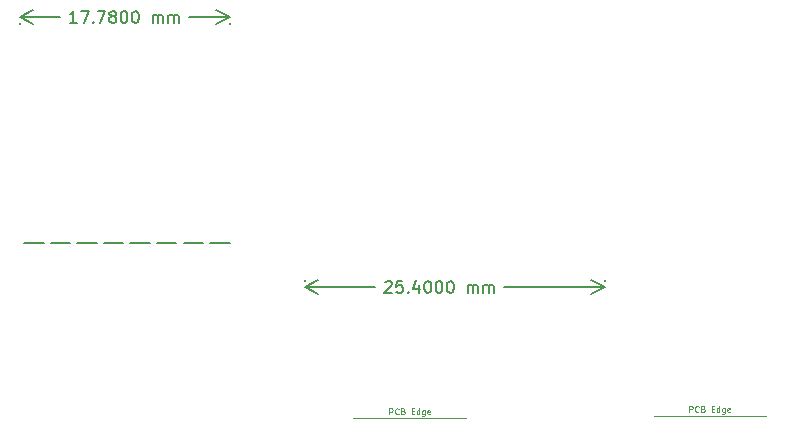
<source format=gbr>
%TF.GenerationSoftware,KiCad,Pcbnew,8.0.3*%
%TF.CreationDate,2024-07-03T13:18:24-05:00*%
%TF.ProjectId,lucidGloves,6c756369-6447-46c6-9f76-65732e6b6963,rev?*%
%TF.SameCoordinates,Original*%
%TF.FileFunction,OtherDrawing,Comment*%
%FSLAX46Y46*%
G04 Gerber Fmt 4.6, Leading zero omitted, Abs format (unit mm)*
G04 Created by KiCad (PCBNEW 8.0.3) date 2024-07-03 13:18:24*
%MOMM*%
%LPD*%
G01*
G04 APERTURE LIST*
%ADD10C,0.150000*%
%ADD11C,0.100000*%
G04 APERTURE END LIST*
D10*
X170180000Y-85150000D02*
X168530000Y-85150000D01*
X167930000Y-85150000D02*
X166280000Y-85150000D01*
X165680000Y-85150000D02*
X164030000Y-85150000D01*
X163430000Y-85150000D02*
X161780000Y-85150000D01*
X161180000Y-85150000D02*
X159530000Y-85150000D01*
X158930000Y-85150000D02*
X157280000Y-85150000D01*
X156680000Y-85150000D02*
X155030000Y-85150000D01*
X154430000Y-85150000D02*
X152780000Y-85150000D01*
X183340953Y-88450057D02*
X183388572Y-88402438D01*
X183388572Y-88402438D02*
X183483810Y-88354819D01*
X183483810Y-88354819D02*
X183721905Y-88354819D01*
X183721905Y-88354819D02*
X183817143Y-88402438D01*
X183817143Y-88402438D02*
X183864762Y-88450057D01*
X183864762Y-88450057D02*
X183912381Y-88545295D01*
X183912381Y-88545295D02*
X183912381Y-88640533D01*
X183912381Y-88640533D02*
X183864762Y-88783390D01*
X183864762Y-88783390D02*
X183293334Y-89354819D01*
X183293334Y-89354819D02*
X183912381Y-89354819D01*
X184817143Y-88354819D02*
X184340953Y-88354819D01*
X184340953Y-88354819D02*
X184293334Y-88831009D01*
X184293334Y-88831009D02*
X184340953Y-88783390D01*
X184340953Y-88783390D02*
X184436191Y-88735771D01*
X184436191Y-88735771D02*
X184674286Y-88735771D01*
X184674286Y-88735771D02*
X184769524Y-88783390D01*
X184769524Y-88783390D02*
X184817143Y-88831009D01*
X184817143Y-88831009D02*
X184864762Y-88926247D01*
X184864762Y-88926247D02*
X184864762Y-89164342D01*
X184864762Y-89164342D02*
X184817143Y-89259580D01*
X184817143Y-89259580D02*
X184769524Y-89307200D01*
X184769524Y-89307200D02*
X184674286Y-89354819D01*
X184674286Y-89354819D02*
X184436191Y-89354819D01*
X184436191Y-89354819D02*
X184340953Y-89307200D01*
X184340953Y-89307200D02*
X184293334Y-89259580D01*
X185293334Y-89259580D02*
X185340953Y-89307200D01*
X185340953Y-89307200D02*
X185293334Y-89354819D01*
X185293334Y-89354819D02*
X185245715Y-89307200D01*
X185245715Y-89307200D02*
X185293334Y-89259580D01*
X185293334Y-89259580D02*
X185293334Y-89354819D01*
X186198095Y-88688152D02*
X186198095Y-89354819D01*
X185960000Y-88307200D02*
X185721905Y-89021485D01*
X185721905Y-89021485D02*
X186340952Y-89021485D01*
X186912381Y-88354819D02*
X187007619Y-88354819D01*
X187007619Y-88354819D02*
X187102857Y-88402438D01*
X187102857Y-88402438D02*
X187150476Y-88450057D01*
X187150476Y-88450057D02*
X187198095Y-88545295D01*
X187198095Y-88545295D02*
X187245714Y-88735771D01*
X187245714Y-88735771D02*
X187245714Y-88973866D01*
X187245714Y-88973866D02*
X187198095Y-89164342D01*
X187198095Y-89164342D02*
X187150476Y-89259580D01*
X187150476Y-89259580D02*
X187102857Y-89307200D01*
X187102857Y-89307200D02*
X187007619Y-89354819D01*
X187007619Y-89354819D02*
X186912381Y-89354819D01*
X186912381Y-89354819D02*
X186817143Y-89307200D01*
X186817143Y-89307200D02*
X186769524Y-89259580D01*
X186769524Y-89259580D02*
X186721905Y-89164342D01*
X186721905Y-89164342D02*
X186674286Y-88973866D01*
X186674286Y-88973866D02*
X186674286Y-88735771D01*
X186674286Y-88735771D02*
X186721905Y-88545295D01*
X186721905Y-88545295D02*
X186769524Y-88450057D01*
X186769524Y-88450057D02*
X186817143Y-88402438D01*
X186817143Y-88402438D02*
X186912381Y-88354819D01*
X187864762Y-88354819D02*
X187960000Y-88354819D01*
X187960000Y-88354819D02*
X188055238Y-88402438D01*
X188055238Y-88402438D02*
X188102857Y-88450057D01*
X188102857Y-88450057D02*
X188150476Y-88545295D01*
X188150476Y-88545295D02*
X188198095Y-88735771D01*
X188198095Y-88735771D02*
X188198095Y-88973866D01*
X188198095Y-88973866D02*
X188150476Y-89164342D01*
X188150476Y-89164342D02*
X188102857Y-89259580D01*
X188102857Y-89259580D02*
X188055238Y-89307200D01*
X188055238Y-89307200D02*
X187960000Y-89354819D01*
X187960000Y-89354819D02*
X187864762Y-89354819D01*
X187864762Y-89354819D02*
X187769524Y-89307200D01*
X187769524Y-89307200D02*
X187721905Y-89259580D01*
X187721905Y-89259580D02*
X187674286Y-89164342D01*
X187674286Y-89164342D02*
X187626667Y-88973866D01*
X187626667Y-88973866D02*
X187626667Y-88735771D01*
X187626667Y-88735771D02*
X187674286Y-88545295D01*
X187674286Y-88545295D02*
X187721905Y-88450057D01*
X187721905Y-88450057D02*
X187769524Y-88402438D01*
X187769524Y-88402438D02*
X187864762Y-88354819D01*
X188817143Y-88354819D02*
X188912381Y-88354819D01*
X188912381Y-88354819D02*
X189007619Y-88402438D01*
X189007619Y-88402438D02*
X189055238Y-88450057D01*
X189055238Y-88450057D02*
X189102857Y-88545295D01*
X189102857Y-88545295D02*
X189150476Y-88735771D01*
X189150476Y-88735771D02*
X189150476Y-88973866D01*
X189150476Y-88973866D02*
X189102857Y-89164342D01*
X189102857Y-89164342D02*
X189055238Y-89259580D01*
X189055238Y-89259580D02*
X189007619Y-89307200D01*
X189007619Y-89307200D02*
X188912381Y-89354819D01*
X188912381Y-89354819D02*
X188817143Y-89354819D01*
X188817143Y-89354819D02*
X188721905Y-89307200D01*
X188721905Y-89307200D02*
X188674286Y-89259580D01*
X188674286Y-89259580D02*
X188626667Y-89164342D01*
X188626667Y-89164342D02*
X188579048Y-88973866D01*
X188579048Y-88973866D02*
X188579048Y-88735771D01*
X188579048Y-88735771D02*
X188626667Y-88545295D01*
X188626667Y-88545295D02*
X188674286Y-88450057D01*
X188674286Y-88450057D02*
X188721905Y-88402438D01*
X188721905Y-88402438D02*
X188817143Y-88354819D01*
X190340953Y-89354819D02*
X190340953Y-88688152D01*
X190340953Y-88783390D02*
X190388572Y-88735771D01*
X190388572Y-88735771D02*
X190483810Y-88688152D01*
X190483810Y-88688152D02*
X190626667Y-88688152D01*
X190626667Y-88688152D02*
X190721905Y-88735771D01*
X190721905Y-88735771D02*
X190769524Y-88831009D01*
X190769524Y-88831009D02*
X190769524Y-89354819D01*
X190769524Y-88831009D02*
X190817143Y-88735771D01*
X190817143Y-88735771D02*
X190912381Y-88688152D01*
X190912381Y-88688152D02*
X191055238Y-88688152D01*
X191055238Y-88688152D02*
X191150477Y-88735771D01*
X191150477Y-88735771D02*
X191198096Y-88831009D01*
X191198096Y-88831009D02*
X191198096Y-89354819D01*
X191674286Y-89354819D02*
X191674286Y-88688152D01*
X191674286Y-88783390D02*
X191721905Y-88735771D01*
X191721905Y-88735771D02*
X191817143Y-88688152D01*
X191817143Y-88688152D02*
X191960000Y-88688152D01*
X191960000Y-88688152D02*
X192055238Y-88735771D01*
X192055238Y-88735771D02*
X192102857Y-88831009D01*
X192102857Y-88831009D02*
X192102857Y-89354819D01*
X192102857Y-88831009D02*
X192150476Y-88735771D01*
X192150476Y-88735771D02*
X192245714Y-88688152D01*
X192245714Y-88688152D02*
X192388571Y-88688152D01*
X192388571Y-88688152D02*
X192483810Y-88735771D01*
X192483810Y-88735771D02*
X192531429Y-88831009D01*
X192531429Y-88831009D02*
X192531429Y-89354819D01*
X176530000Y-88400000D02*
X176530000Y-88313580D01*
X201930000Y-88400000D02*
X201930000Y-88313580D01*
X176530000Y-88900000D02*
X182525477Y-88900000D01*
X193394524Y-88900000D02*
X201930000Y-88900000D01*
X176530000Y-88900000D02*
X177656504Y-88313579D01*
X176530000Y-88900000D02*
X177656504Y-89486421D01*
X201930000Y-88900000D02*
X200803496Y-89486421D01*
X201930000Y-88900000D02*
X200803496Y-88313579D01*
X157242381Y-66494819D02*
X156670953Y-66494819D01*
X156956667Y-66494819D02*
X156956667Y-65494819D01*
X156956667Y-65494819D02*
X156861429Y-65637676D01*
X156861429Y-65637676D02*
X156766191Y-65732914D01*
X156766191Y-65732914D02*
X156670953Y-65780533D01*
X157575715Y-65494819D02*
X158242381Y-65494819D01*
X158242381Y-65494819D02*
X157813810Y-66494819D01*
X158623334Y-66399580D02*
X158670953Y-66447200D01*
X158670953Y-66447200D02*
X158623334Y-66494819D01*
X158623334Y-66494819D02*
X158575715Y-66447200D01*
X158575715Y-66447200D02*
X158623334Y-66399580D01*
X158623334Y-66399580D02*
X158623334Y-66494819D01*
X159004286Y-65494819D02*
X159670952Y-65494819D01*
X159670952Y-65494819D02*
X159242381Y-66494819D01*
X160194762Y-65923390D02*
X160099524Y-65875771D01*
X160099524Y-65875771D02*
X160051905Y-65828152D01*
X160051905Y-65828152D02*
X160004286Y-65732914D01*
X160004286Y-65732914D02*
X160004286Y-65685295D01*
X160004286Y-65685295D02*
X160051905Y-65590057D01*
X160051905Y-65590057D02*
X160099524Y-65542438D01*
X160099524Y-65542438D02*
X160194762Y-65494819D01*
X160194762Y-65494819D02*
X160385238Y-65494819D01*
X160385238Y-65494819D02*
X160480476Y-65542438D01*
X160480476Y-65542438D02*
X160528095Y-65590057D01*
X160528095Y-65590057D02*
X160575714Y-65685295D01*
X160575714Y-65685295D02*
X160575714Y-65732914D01*
X160575714Y-65732914D02*
X160528095Y-65828152D01*
X160528095Y-65828152D02*
X160480476Y-65875771D01*
X160480476Y-65875771D02*
X160385238Y-65923390D01*
X160385238Y-65923390D02*
X160194762Y-65923390D01*
X160194762Y-65923390D02*
X160099524Y-65971009D01*
X160099524Y-65971009D02*
X160051905Y-66018628D01*
X160051905Y-66018628D02*
X160004286Y-66113866D01*
X160004286Y-66113866D02*
X160004286Y-66304342D01*
X160004286Y-66304342D02*
X160051905Y-66399580D01*
X160051905Y-66399580D02*
X160099524Y-66447200D01*
X160099524Y-66447200D02*
X160194762Y-66494819D01*
X160194762Y-66494819D02*
X160385238Y-66494819D01*
X160385238Y-66494819D02*
X160480476Y-66447200D01*
X160480476Y-66447200D02*
X160528095Y-66399580D01*
X160528095Y-66399580D02*
X160575714Y-66304342D01*
X160575714Y-66304342D02*
X160575714Y-66113866D01*
X160575714Y-66113866D02*
X160528095Y-66018628D01*
X160528095Y-66018628D02*
X160480476Y-65971009D01*
X160480476Y-65971009D02*
X160385238Y-65923390D01*
X161194762Y-65494819D02*
X161290000Y-65494819D01*
X161290000Y-65494819D02*
X161385238Y-65542438D01*
X161385238Y-65542438D02*
X161432857Y-65590057D01*
X161432857Y-65590057D02*
X161480476Y-65685295D01*
X161480476Y-65685295D02*
X161528095Y-65875771D01*
X161528095Y-65875771D02*
X161528095Y-66113866D01*
X161528095Y-66113866D02*
X161480476Y-66304342D01*
X161480476Y-66304342D02*
X161432857Y-66399580D01*
X161432857Y-66399580D02*
X161385238Y-66447200D01*
X161385238Y-66447200D02*
X161290000Y-66494819D01*
X161290000Y-66494819D02*
X161194762Y-66494819D01*
X161194762Y-66494819D02*
X161099524Y-66447200D01*
X161099524Y-66447200D02*
X161051905Y-66399580D01*
X161051905Y-66399580D02*
X161004286Y-66304342D01*
X161004286Y-66304342D02*
X160956667Y-66113866D01*
X160956667Y-66113866D02*
X160956667Y-65875771D01*
X160956667Y-65875771D02*
X161004286Y-65685295D01*
X161004286Y-65685295D02*
X161051905Y-65590057D01*
X161051905Y-65590057D02*
X161099524Y-65542438D01*
X161099524Y-65542438D02*
X161194762Y-65494819D01*
X162147143Y-65494819D02*
X162242381Y-65494819D01*
X162242381Y-65494819D02*
X162337619Y-65542438D01*
X162337619Y-65542438D02*
X162385238Y-65590057D01*
X162385238Y-65590057D02*
X162432857Y-65685295D01*
X162432857Y-65685295D02*
X162480476Y-65875771D01*
X162480476Y-65875771D02*
X162480476Y-66113866D01*
X162480476Y-66113866D02*
X162432857Y-66304342D01*
X162432857Y-66304342D02*
X162385238Y-66399580D01*
X162385238Y-66399580D02*
X162337619Y-66447200D01*
X162337619Y-66447200D02*
X162242381Y-66494819D01*
X162242381Y-66494819D02*
X162147143Y-66494819D01*
X162147143Y-66494819D02*
X162051905Y-66447200D01*
X162051905Y-66447200D02*
X162004286Y-66399580D01*
X162004286Y-66399580D02*
X161956667Y-66304342D01*
X161956667Y-66304342D02*
X161909048Y-66113866D01*
X161909048Y-66113866D02*
X161909048Y-65875771D01*
X161909048Y-65875771D02*
X161956667Y-65685295D01*
X161956667Y-65685295D02*
X162004286Y-65590057D01*
X162004286Y-65590057D02*
X162051905Y-65542438D01*
X162051905Y-65542438D02*
X162147143Y-65494819D01*
X163670953Y-66494819D02*
X163670953Y-65828152D01*
X163670953Y-65923390D02*
X163718572Y-65875771D01*
X163718572Y-65875771D02*
X163813810Y-65828152D01*
X163813810Y-65828152D02*
X163956667Y-65828152D01*
X163956667Y-65828152D02*
X164051905Y-65875771D01*
X164051905Y-65875771D02*
X164099524Y-65971009D01*
X164099524Y-65971009D02*
X164099524Y-66494819D01*
X164099524Y-65971009D02*
X164147143Y-65875771D01*
X164147143Y-65875771D02*
X164242381Y-65828152D01*
X164242381Y-65828152D02*
X164385238Y-65828152D01*
X164385238Y-65828152D02*
X164480477Y-65875771D01*
X164480477Y-65875771D02*
X164528096Y-65971009D01*
X164528096Y-65971009D02*
X164528096Y-66494819D01*
X165004286Y-66494819D02*
X165004286Y-65828152D01*
X165004286Y-65923390D02*
X165051905Y-65875771D01*
X165051905Y-65875771D02*
X165147143Y-65828152D01*
X165147143Y-65828152D02*
X165290000Y-65828152D01*
X165290000Y-65828152D02*
X165385238Y-65875771D01*
X165385238Y-65875771D02*
X165432857Y-65971009D01*
X165432857Y-65971009D02*
X165432857Y-66494819D01*
X165432857Y-65971009D02*
X165480476Y-65875771D01*
X165480476Y-65875771D02*
X165575714Y-65828152D01*
X165575714Y-65828152D02*
X165718571Y-65828152D01*
X165718571Y-65828152D02*
X165813810Y-65875771D01*
X165813810Y-65875771D02*
X165861429Y-65971009D01*
X165861429Y-65971009D02*
X165861429Y-66494819D01*
X170180000Y-66540000D02*
X170180000Y-66626420D01*
X152400000Y-66540000D02*
X152400000Y-66626420D01*
X170180000Y-66040000D02*
X166724524Y-66040000D01*
X155855477Y-66040000D02*
X152400000Y-66040000D01*
X170180000Y-66040000D02*
X169053496Y-66626421D01*
X170180000Y-66040000D02*
X169053496Y-65453579D01*
X152400000Y-66040000D02*
X153526504Y-65453579D01*
X152400000Y-66040000D02*
X153526504Y-66626421D01*
D11*
X209108927Y-99446257D02*
X209108927Y-98946257D01*
X209108927Y-98946257D02*
X209299403Y-98946257D01*
X209299403Y-98946257D02*
X209347022Y-98970067D01*
X209347022Y-98970067D02*
X209370832Y-98993876D01*
X209370832Y-98993876D02*
X209394641Y-99041495D01*
X209394641Y-99041495D02*
X209394641Y-99112924D01*
X209394641Y-99112924D02*
X209370832Y-99160543D01*
X209370832Y-99160543D02*
X209347022Y-99184352D01*
X209347022Y-99184352D02*
X209299403Y-99208162D01*
X209299403Y-99208162D02*
X209108927Y-99208162D01*
X209894641Y-99398638D02*
X209870832Y-99422448D01*
X209870832Y-99422448D02*
X209799403Y-99446257D01*
X209799403Y-99446257D02*
X209751784Y-99446257D01*
X209751784Y-99446257D02*
X209680356Y-99422448D01*
X209680356Y-99422448D02*
X209632737Y-99374828D01*
X209632737Y-99374828D02*
X209608927Y-99327209D01*
X209608927Y-99327209D02*
X209585118Y-99231971D01*
X209585118Y-99231971D02*
X209585118Y-99160543D01*
X209585118Y-99160543D02*
X209608927Y-99065305D01*
X209608927Y-99065305D02*
X209632737Y-99017686D01*
X209632737Y-99017686D02*
X209680356Y-98970067D01*
X209680356Y-98970067D02*
X209751784Y-98946257D01*
X209751784Y-98946257D02*
X209799403Y-98946257D01*
X209799403Y-98946257D02*
X209870832Y-98970067D01*
X209870832Y-98970067D02*
X209894641Y-98993876D01*
X210275594Y-99184352D02*
X210347022Y-99208162D01*
X210347022Y-99208162D02*
X210370832Y-99231971D01*
X210370832Y-99231971D02*
X210394641Y-99279590D01*
X210394641Y-99279590D02*
X210394641Y-99351019D01*
X210394641Y-99351019D02*
X210370832Y-99398638D01*
X210370832Y-99398638D02*
X210347022Y-99422448D01*
X210347022Y-99422448D02*
X210299403Y-99446257D01*
X210299403Y-99446257D02*
X210108927Y-99446257D01*
X210108927Y-99446257D02*
X210108927Y-98946257D01*
X210108927Y-98946257D02*
X210275594Y-98946257D01*
X210275594Y-98946257D02*
X210323213Y-98970067D01*
X210323213Y-98970067D02*
X210347022Y-98993876D01*
X210347022Y-98993876D02*
X210370832Y-99041495D01*
X210370832Y-99041495D02*
X210370832Y-99089114D01*
X210370832Y-99089114D02*
X210347022Y-99136733D01*
X210347022Y-99136733D02*
X210323213Y-99160543D01*
X210323213Y-99160543D02*
X210275594Y-99184352D01*
X210275594Y-99184352D02*
X210108927Y-99184352D01*
X210989879Y-99184352D02*
X211156546Y-99184352D01*
X211227974Y-99446257D02*
X210989879Y-99446257D01*
X210989879Y-99446257D02*
X210989879Y-98946257D01*
X210989879Y-98946257D02*
X211227974Y-98946257D01*
X211656546Y-99446257D02*
X211656546Y-98946257D01*
X211656546Y-99422448D02*
X211608927Y-99446257D01*
X211608927Y-99446257D02*
X211513689Y-99446257D01*
X211513689Y-99446257D02*
X211466070Y-99422448D01*
X211466070Y-99422448D02*
X211442260Y-99398638D01*
X211442260Y-99398638D02*
X211418451Y-99351019D01*
X211418451Y-99351019D02*
X211418451Y-99208162D01*
X211418451Y-99208162D02*
X211442260Y-99160543D01*
X211442260Y-99160543D02*
X211466070Y-99136733D01*
X211466070Y-99136733D02*
X211513689Y-99112924D01*
X211513689Y-99112924D02*
X211608927Y-99112924D01*
X211608927Y-99112924D02*
X211656546Y-99136733D01*
X212108927Y-99112924D02*
X212108927Y-99517686D01*
X212108927Y-99517686D02*
X212085117Y-99565305D01*
X212085117Y-99565305D02*
X212061308Y-99589114D01*
X212061308Y-99589114D02*
X212013689Y-99612924D01*
X212013689Y-99612924D02*
X211942260Y-99612924D01*
X211942260Y-99612924D02*
X211894641Y-99589114D01*
X212108927Y-99422448D02*
X212061308Y-99446257D01*
X212061308Y-99446257D02*
X211966070Y-99446257D01*
X211966070Y-99446257D02*
X211918451Y-99422448D01*
X211918451Y-99422448D02*
X211894641Y-99398638D01*
X211894641Y-99398638D02*
X211870832Y-99351019D01*
X211870832Y-99351019D02*
X211870832Y-99208162D01*
X211870832Y-99208162D02*
X211894641Y-99160543D01*
X211894641Y-99160543D02*
X211918451Y-99136733D01*
X211918451Y-99136733D02*
X211966070Y-99112924D01*
X211966070Y-99112924D02*
X212061308Y-99112924D01*
X212061308Y-99112924D02*
X212108927Y-99136733D01*
X212537498Y-99422448D02*
X212489879Y-99446257D01*
X212489879Y-99446257D02*
X212394641Y-99446257D01*
X212394641Y-99446257D02*
X212347022Y-99422448D01*
X212347022Y-99422448D02*
X212323213Y-99374828D01*
X212323213Y-99374828D02*
X212323213Y-99184352D01*
X212323213Y-99184352D02*
X212347022Y-99136733D01*
X212347022Y-99136733D02*
X212394641Y-99112924D01*
X212394641Y-99112924D02*
X212489879Y-99112924D01*
X212489879Y-99112924D02*
X212537498Y-99136733D01*
X212537498Y-99136733D02*
X212561308Y-99184352D01*
X212561308Y-99184352D02*
X212561308Y-99231971D01*
X212561308Y-99231971D02*
X212323213Y-99279590D01*
X183705714Y-99646109D02*
X183705714Y-99146109D01*
X183705714Y-99146109D02*
X183896190Y-99146109D01*
X183896190Y-99146109D02*
X183943809Y-99169919D01*
X183943809Y-99169919D02*
X183967619Y-99193728D01*
X183967619Y-99193728D02*
X183991428Y-99241347D01*
X183991428Y-99241347D02*
X183991428Y-99312776D01*
X183991428Y-99312776D02*
X183967619Y-99360395D01*
X183967619Y-99360395D02*
X183943809Y-99384204D01*
X183943809Y-99384204D02*
X183896190Y-99408014D01*
X183896190Y-99408014D02*
X183705714Y-99408014D01*
X184491428Y-99598490D02*
X184467619Y-99622300D01*
X184467619Y-99622300D02*
X184396190Y-99646109D01*
X184396190Y-99646109D02*
X184348571Y-99646109D01*
X184348571Y-99646109D02*
X184277143Y-99622300D01*
X184277143Y-99622300D02*
X184229524Y-99574680D01*
X184229524Y-99574680D02*
X184205714Y-99527061D01*
X184205714Y-99527061D02*
X184181905Y-99431823D01*
X184181905Y-99431823D02*
X184181905Y-99360395D01*
X184181905Y-99360395D02*
X184205714Y-99265157D01*
X184205714Y-99265157D02*
X184229524Y-99217538D01*
X184229524Y-99217538D02*
X184277143Y-99169919D01*
X184277143Y-99169919D02*
X184348571Y-99146109D01*
X184348571Y-99146109D02*
X184396190Y-99146109D01*
X184396190Y-99146109D02*
X184467619Y-99169919D01*
X184467619Y-99169919D02*
X184491428Y-99193728D01*
X184872381Y-99384204D02*
X184943809Y-99408014D01*
X184943809Y-99408014D02*
X184967619Y-99431823D01*
X184967619Y-99431823D02*
X184991428Y-99479442D01*
X184991428Y-99479442D02*
X184991428Y-99550871D01*
X184991428Y-99550871D02*
X184967619Y-99598490D01*
X184967619Y-99598490D02*
X184943809Y-99622300D01*
X184943809Y-99622300D02*
X184896190Y-99646109D01*
X184896190Y-99646109D02*
X184705714Y-99646109D01*
X184705714Y-99646109D02*
X184705714Y-99146109D01*
X184705714Y-99146109D02*
X184872381Y-99146109D01*
X184872381Y-99146109D02*
X184920000Y-99169919D01*
X184920000Y-99169919D02*
X184943809Y-99193728D01*
X184943809Y-99193728D02*
X184967619Y-99241347D01*
X184967619Y-99241347D02*
X184967619Y-99288966D01*
X184967619Y-99288966D02*
X184943809Y-99336585D01*
X184943809Y-99336585D02*
X184920000Y-99360395D01*
X184920000Y-99360395D02*
X184872381Y-99384204D01*
X184872381Y-99384204D02*
X184705714Y-99384204D01*
X185586666Y-99384204D02*
X185753333Y-99384204D01*
X185824761Y-99646109D02*
X185586666Y-99646109D01*
X185586666Y-99646109D02*
X185586666Y-99146109D01*
X185586666Y-99146109D02*
X185824761Y-99146109D01*
X186253333Y-99646109D02*
X186253333Y-99146109D01*
X186253333Y-99622300D02*
X186205714Y-99646109D01*
X186205714Y-99646109D02*
X186110476Y-99646109D01*
X186110476Y-99646109D02*
X186062857Y-99622300D01*
X186062857Y-99622300D02*
X186039047Y-99598490D01*
X186039047Y-99598490D02*
X186015238Y-99550871D01*
X186015238Y-99550871D02*
X186015238Y-99408014D01*
X186015238Y-99408014D02*
X186039047Y-99360395D01*
X186039047Y-99360395D02*
X186062857Y-99336585D01*
X186062857Y-99336585D02*
X186110476Y-99312776D01*
X186110476Y-99312776D02*
X186205714Y-99312776D01*
X186205714Y-99312776D02*
X186253333Y-99336585D01*
X186705714Y-99312776D02*
X186705714Y-99717538D01*
X186705714Y-99717538D02*
X186681904Y-99765157D01*
X186681904Y-99765157D02*
X186658095Y-99788966D01*
X186658095Y-99788966D02*
X186610476Y-99812776D01*
X186610476Y-99812776D02*
X186539047Y-99812776D01*
X186539047Y-99812776D02*
X186491428Y-99788966D01*
X186705714Y-99622300D02*
X186658095Y-99646109D01*
X186658095Y-99646109D02*
X186562857Y-99646109D01*
X186562857Y-99646109D02*
X186515238Y-99622300D01*
X186515238Y-99622300D02*
X186491428Y-99598490D01*
X186491428Y-99598490D02*
X186467619Y-99550871D01*
X186467619Y-99550871D02*
X186467619Y-99408014D01*
X186467619Y-99408014D02*
X186491428Y-99360395D01*
X186491428Y-99360395D02*
X186515238Y-99336585D01*
X186515238Y-99336585D02*
X186562857Y-99312776D01*
X186562857Y-99312776D02*
X186658095Y-99312776D01*
X186658095Y-99312776D02*
X186705714Y-99336585D01*
X187134285Y-99622300D02*
X187086666Y-99646109D01*
X187086666Y-99646109D02*
X186991428Y-99646109D01*
X186991428Y-99646109D02*
X186943809Y-99622300D01*
X186943809Y-99622300D02*
X186920000Y-99574680D01*
X186920000Y-99574680D02*
X186920000Y-99384204D01*
X186920000Y-99384204D02*
X186943809Y-99336585D01*
X186943809Y-99336585D02*
X186991428Y-99312776D01*
X186991428Y-99312776D02*
X187086666Y-99312776D01*
X187086666Y-99312776D02*
X187134285Y-99336585D01*
X187134285Y-99336585D02*
X187158095Y-99384204D01*
X187158095Y-99384204D02*
X187158095Y-99431823D01*
X187158095Y-99431823D02*
X186920000Y-99479442D01*
%TO.C,J1*%
X206073213Y-99772648D02*
X215573213Y-99772648D01*
%TO.C,J2*%
X180670000Y-99972500D02*
X190170000Y-99972500D01*
%TD*%
M02*

</source>
